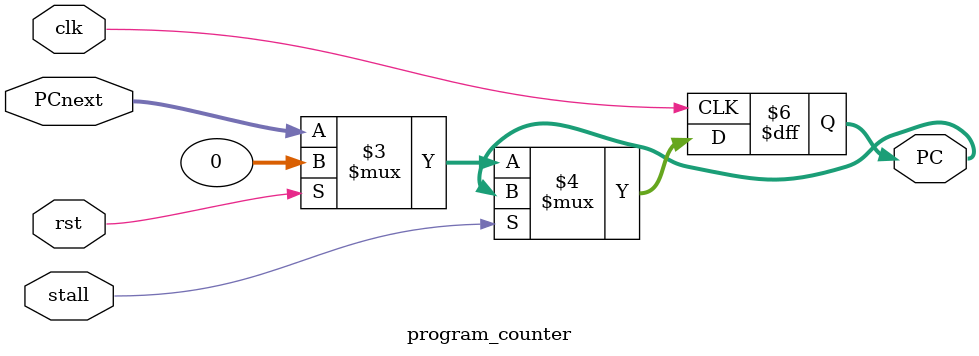
<source format=sv>
module program_counter #(
    parameter WIDTH = 32
)(
    input logic clk,
    input logic rst,
    input logic stall,
    input logic [WIDTH-1:0] PCnext,
    output logic [WIDTH-1:0] PC
);
    
    always_ff @(posedge clk) begin
        if (!stall) begin
            PC <= rst ? 32'h0 : PCnext;
        end
    end

endmodule

</source>
